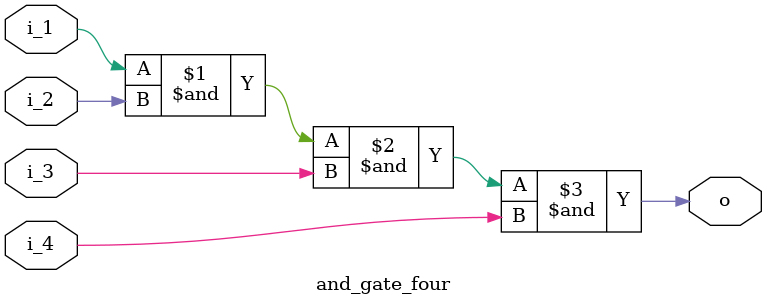
<source format=v>
`timescale 1ns / 1ps
module and_gate_four(i_1,i_2,i_3,i_4,o);
    
    input wire i_1,i_2,i_3,i_4;
    
    output wire o;
    
    assign o = i_1 & i_2 & i_3 & i_4;

endmodule

</source>
